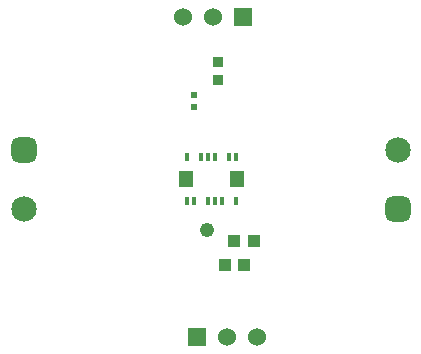
<source format=gts>
G04*
G04 #@! TF.GenerationSoftware,Altium Limited,Altium Designer,24.10.1 (45)*
G04*
G04 Layer_Color=8388736*
%FSLAX44Y44*%
%MOMM*%
G71*
G04*
G04 #@! TF.SameCoordinates,5BAE0674-82A5-4AB9-AFD0-8D55292733AA*
G04*
G04*
G04 #@! TF.FilePolarity,Negative*
G04*
G01*
G75*
%ADD14R,0.9121X0.8587*%
%ADD15R,1.1350X1.0621*%
%ADD16R,0.3048X0.7112*%
%ADD17R,1.1938X1.3970*%
%ADD18R,0.5000X0.5000*%
G04:AMPARAMS|DCode=19|XSize=2.1532mm|YSize=2.1532mm|CornerRadius=0.5891mm|HoleSize=0mm|Usage=FLASHONLY|Rotation=270.000|XOffset=0mm|YOffset=0mm|HoleType=Round|Shape=RoundedRectangle|*
%AMROUNDEDRECTD19*
21,1,2.1532,0.9750,0,0,270.0*
21,1,0.9750,2.1532,0,0,270.0*
1,1,1.1782,-0.4875,-0.4875*
1,1,1.1782,-0.4875,0.4875*
1,1,1.1782,0.4875,0.4875*
1,1,1.1782,0.4875,-0.4875*
%
%ADD19ROUNDEDRECTD19*%
%ADD20C,2.1532*%
%ADD21R,1.5240X1.5240*%
%ADD22C,1.5240*%
%ADD23C,1.2192*%
D14*
X204470Y271927D02*
D03*
Y256393D02*
D03*
D15*
X234950Y120650D02*
D03*
X218642D02*
D03*
X226965Y100330D02*
D03*
X210658D02*
D03*
D16*
X202390Y154220D02*
D03*
X190390Y191220D02*
D03*
X202390D02*
D03*
X196390D02*
D03*
X208390Y154220D02*
D03*
X196390D02*
D03*
X178390Y191220D02*
D03*
X214390D02*
D03*
X220390D02*
D03*
Y154220D02*
D03*
X184390D02*
D03*
X178390D02*
D03*
D17*
X177890Y172720D02*
D03*
X220890D02*
D03*
D18*
X184150Y243760D02*
D03*
Y233760D02*
D03*
D19*
X40600Y197720D02*
D03*
X356910Y147720D02*
D03*
D20*
X40600D02*
D03*
X356910Y197720D02*
D03*
D21*
X226060Y309880D02*
D03*
X186690Y39370D02*
D03*
D22*
X200660Y309880D02*
D03*
X175260D02*
D03*
X212090Y39370D02*
D03*
X237490D02*
D03*
D23*
X195187Y129540D02*
D03*
M02*

</source>
